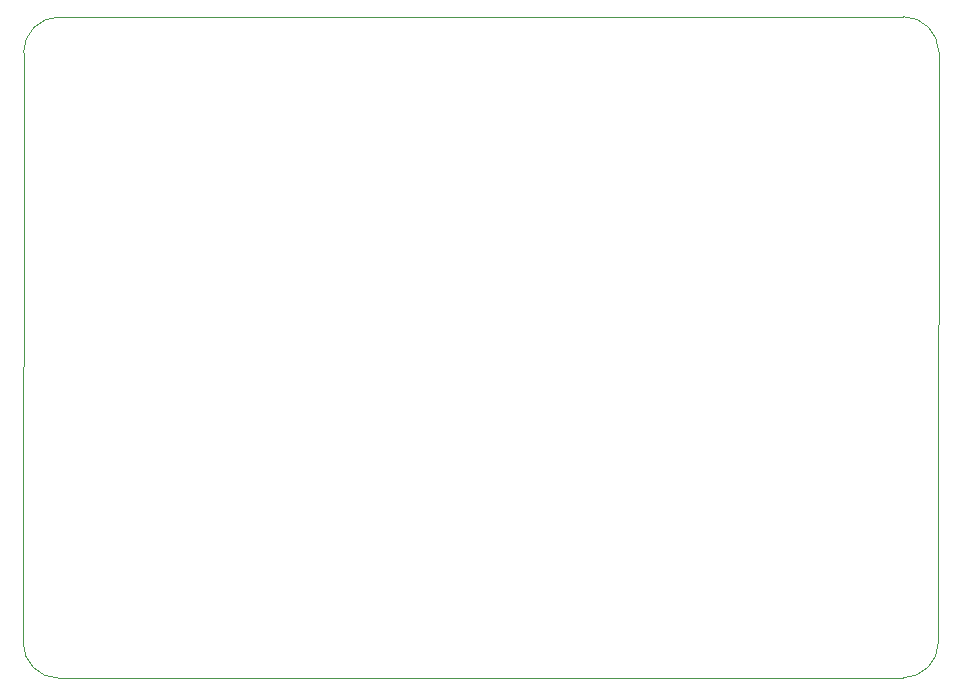
<source format=gbr>
%TF.GenerationSoftware,KiCad,Pcbnew,(6.0.0-0)*%
%TF.CreationDate,2022-10-23T11:33:14-04:00*%
%TF.ProjectId,hermes_v1,6865726d-6573-45f7-9631-2e6b69636164,rev?*%
%TF.SameCoordinates,Original*%
%TF.FileFunction,Profile,NP*%
%FSLAX46Y46*%
G04 Gerber Fmt 4.6, Leading zero omitted, Abs format (unit mm)*
G04 Created by KiCad (PCBNEW (6.0.0-0)) date 2022-10-23 11:33:14*
%MOMM*%
%LPD*%
G01*
G04 APERTURE LIST*
%TA.AperFunction,Profile*%
%ADD10C,0.050000*%
%TD*%
G04 APERTURE END LIST*
D10*
X125730000Y-41600000D02*
X125730000Y-48712000D01*
X203215000Y-41565000D02*
X203215000Y-45177000D01*
X125700000Y-87958000D02*
X125730000Y-48712000D01*
X128700000Y-94570000D02*
X135812000Y-94570000D01*
X128730000Y-38600000D02*
X135842000Y-38600000D01*
X125700000Y-91570000D02*
G75*
G03*
X128700000Y-94570000I3000001J1D01*
G01*
X200215000Y-38565000D02*
X193103000Y-38565000D01*
X200185000Y-94535000D02*
G75*
G03*
X203185000Y-91535000I-1J3000001D01*
G01*
X135812000Y-94570000D02*
X193073000Y-94535000D01*
X128730000Y-38600000D02*
G75*
G03*
X125730000Y-41600000I1J-3000001D01*
G01*
X125700000Y-91570000D02*
X125700000Y-87958000D01*
X200185000Y-94535000D02*
X193073000Y-94535000D01*
X203215000Y-45177000D02*
X203185000Y-84423000D01*
X203185000Y-91535000D02*
X203185000Y-84423000D01*
X193103000Y-38565000D02*
X135842000Y-38600000D01*
X203215000Y-41565000D02*
G75*
G03*
X200215000Y-38565000I-3000001J-1D01*
G01*
M02*

</source>
